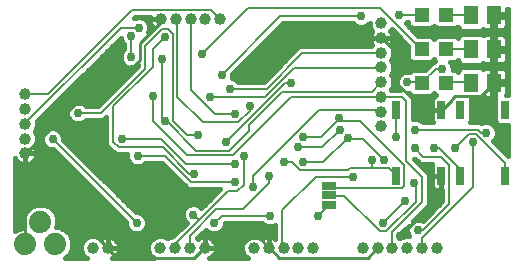
<source format=gbl>
G75*
%MOIN*%
%OFA0B0*%
%FSLAX25Y25*%
%IPPOS*%
%LPD*%
%AMOC8*
5,1,8,0,0,1.08239X$1,22.5*
%
%ADD10C,0.03969*%
%ADD11C,0.07400*%
%ADD12R,0.04724X0.04724*%
%ADD13R,0.05118X0.06299*%
%ADD14R,0.03000X0.06000*%
%ADD15R,0.05000X0.02500*%
%ADD16C,0.01000*%
%ADD17C,0.03000*%
%ADD18C,0.01600*%
%ADD19C,0.00700*%
D10*
X0030589Y0008050D03*
X0035511Y0008050D03*
X0053089Y0008050D03*
X0058011Y0008050D03*
X0062932Y0008050D03*
X0067853Y0008050D03*
X0084339Y0008050D03*
X0089261Y0008050D03*
X0094182Y0008050D03*
X0099103Y0008050D03*
X0104024Y0008050D03*
X0120589Y0008050D03*
X0125511Y0008050D03*
X0130432Y0008050D03*
X0135353Y0008050D03*
X0140274Y0008050D03*
X0145196Y0008050D03*
X0126800Y0048562D03*
X0126800Y0053483D03*
X0126800Y0058404D03*
X0126800Y0063326D03*
X0126800Y0068247D03*
X0126800Y0073168D03*
X0126800Y0078089D03*
X0126800Y0083011D03*
X0073011Y0084300D03*
X0068089Y0084300D03*
X0063168Y0084300D03*
X0058247Y0084300D03*
X0053326Y0084300D03*
X0008050Y0059261D03*
X0008050Y0054339D03*
X0008050Y0049418D03*
X0008050Y0044497D03*
X0008050Y0039576D03*
D11*
X0008050Y0009300D03*
X0018050Y0009300D03*
X0013050Y0016800D03*
D12*
X0140166Y0063050D03*
X0148434Y0063050D03*
X0148434Y0074300D03*
X0140166Y0074300D03*
X0140166Y0085550D03*
X0148434Y0085550D03*
D13*
X0156810Y0085550D03*
X0164290Y0085550D03*
X0164290Y0074300D03*
X0156810Y0074300D03*
X0156810Y0063050D03*
X0164290Y0063050D03*
D14*
X0168050Y0054050D03*
X0153050Y0054050D03*
X0146800Y0054050D03*
X0131800Y0054050D03*
X0131800Y0032050D03*
X0146800Y0032050D03*
X0153050Y0032050D03*
X0168050Y0032050D03*
D15*
X0109300Y0028750D03*
X0109300Y0025550D03*
X0109300Y0022350D03*
D16*
X0089250Y0008300D02*
X0089261Y0008050D01*
X0089600Y0007950D01*
X0092750Y0004800D01*
X0122150Y0004800D01*
X0125300Y0007950D01*
X0125511Y0008050D01*
X0133000Y0012150D02*
X0139300Y0018450D01*
X0141400Y0018450D01*
X0141750Y0018800D01*
X0146650Y0023700D01*
X0146650Y0031750D01*
X0146800Y0032050D01*
X0146800Y0054050D02*
X0146650Y0054500D01*
X0140350Y0054500D01*
X0130200Y0064650D01*
X0130200Y0074800D01*
X0127050Y0077950D01*
X0126800Y0078089D01*
X0150150Y0057650D02*
X0151200Y0058700D01*
X0159950Y0058700D01*
X0161000Y0057650D01*
X0159950Y0058700D02*
X0164150Y0062900D01*
X0164290Y0063050D01*
X0164500Y0063250D01*
X0164500Y0074100D01*
X0164290Y0074300D01*
X0164500Y0074450D01*
X0164500Y0085300D01*
X0164290Y0085550D01*
X0150150Y0057650D02*
X0150150Y0057300D01*
X0147000Y0054150D01*
X0146800Y0054050D01*
X0089250Y0008300D02*
X0086100Y0011450D01*
X0082950Y0011450D01*
X0079800Y0008300D01*
X0067900Y0008300D01*
X0067853Y0008050D01*
X0067550Y0007950D01*
X0064400Y0004800D01*
X0038500Y0004800D01*
X0035700Y0007600D01*
X0035511Y0008050D01*
X0035350Y0008300D01*
X0021700Y0021950D01*
X0008050Y0021950D01*
X0008050Y0039576D01*
X0008400Y0039800D01*
X0024500Y0055900D01*
X0031500Y0055900D01*
X0043750Y0068150D01*
X0044100Y0067800D01*
X0043750Y0068150D02*
X0046200Y0070600D01*
X0046200Y0076200D01*
X0053200Y0083200D01*
X0053200Y0084250D01*
X0053326Y0084300D01*
X0008050Y0021950D02*
X0008050Y0009300D01*
D17*
X0045150Y0016350D03*
X0064050Y0019150D03*
X0071050Y0016350D03*
X0089600Y0018800D03*
X0084000Y0028250D03*
X0078050Y0030000D03*
X0078050Y0035950D03*
X0080850Y0038750D03*
X0074900Y0043300D03*
X0065800Y0045750D03*
X0054600Y0050300D03*
X0050750Y0058700D03*
X0044100Y0067800D03*
X0043400Y0071650D03*
X0053550Y0070950D03*
X0054600Y0078300D03*
X0045850Y0081450D03*
X0043400Y0078650D03*
X0066850Y0072700D03*
X0073500Y0065700D03*
X0076300Y0061150D03*
X0069650Y0058350D03*
X0078050Y0052750D03*
X0082950Y0055200D03*
X0096600Y0062900D03*
X0112700Y0051350D03*
X0113050Y0047500D03*
X0115500Y0044700D03*
X0123550Y0037350D03*
X0127750Y0037350D03*
X0137900Y0041200D03*
X0144200Y0041200D03*
X0151200Y0041200D03*
X0157150Y0043300D03*
X0161700Y0046450D03*
X0161000Y0057650D03*
X0147000Y0067800D03*
X0135450Y0063250D03*
X0137900Y0047500D03*
X0131600Y0045050D03*
X0117250Y0031750D03*
X0100800Y0036650D03*
X0094150Y0036650D03*
X0089250Y0032100D03*
X0099050Y0041550D03*
X0100800Y0045050D03*
X0064400Y0032800D03*
X0045500Y0038750D03*
X0040250Y0044350D03*
X0025550Y0053100D03*
X0017150Y0044350D03*
X0105700Y0018800D03*
X0127400Y0016350D03*
X0133000Y0012150D03*
X0138950Y0013900D03*
X0141750Y0018800D03*
X0134750Y0023700D03*
X0137550Y0029650D03*
X0132650Y0085650D03*
X0120050Y0085300D03*
D18*
X0117450Y0082950D02*
X0118067Y0082333D01*
X0119354Y0081800D01*
X0120746Y0081800D01*
X0122033Y0082333D01*
X0122816Y0083116D01*
X0122816Y0082218D01*
X0123422Y0080754D01*
X0123786Y0080390D01*
X0123446Y0079882D01*
X0123161Y0079193D01*
X0123016Y0078462D01*
X0123016Y0078089D01*
X0123016Y0077717D01*
X0123161Y0076986D01*
X0123446Y0076297D01*
X0123786Y0075789D01*
X0123422Y0075425D01*
X0123412Y0075400D01*
X0099477Y0075400D01*
X0098100Y0074023D01*
X0087577Y0063500D01*
X0078900Y0063500D01*
X0078283Y0064117D01*
X0076996Y0064650D01*
X0076853Y0064650D01*
X0077000Y0065004D01*
X0077000Y0065877D01*
X0094073Y0082950D01*
X0117450Y0082950D01*
X0123060Y0081628D02*
X0092751Y0081628D01*
X0091153Y0080029D02*
X0123545Y0080029D01*
X0123016Y0078431D02*
X0089554Y0078431D01*
X0087956Y0076832D02*
X0123225Y0076832D01*
X0123016Y0078089D02*
X0126800Y0078089D01*
X0126800Y0078089D01*
X0130584Y0078089D01*
X0130584Y0077717D01*
X0130439Y0076986D01*
X0130154Y0076297D01*
X0129814Y0075789D01*
X0130178Y0075425D01*
X0130784Y0073961D01*
X0130784Y0072376D01*
X0130178Y0070911D01*
X0129974Y0070707D01*
X0130178Y0070504D01*
X0130784Y0069039D01*
X0130784Y0067454D01*
X0130178Y0065990D01*
X0129974Y0065786D01*
X0130178Y0065582D01*
X0130784Y0064118D01*
X0130784Y0062533D01*
X0130178Y0061069D01*
X0129974Y0060865D01*
X0130139Y0060700D01*
X0133050Y0060700D01*
X0132483Y0061267D01*
X0131950Y0062554D01*
X0131950Y0063946D01*
X0132483Y0065233D01*
X0133467Y0066217D01*
X0134754Y0066750D01*
X0136146Y0066750D01*
X0136264Y0066701D01*
X0136976Y0067412D01*
X0141189Y0067412D01*
X0143927Y0070150D01*
X0144400Y0070150D01*
X0144716Y0070465D01*
X0144300Y0070881D01*
X0143357Y0069938D01*
X0136976Y0069938D01*
X0135804Y0071109D01*
X0135804Y0075323D01*
X0130235Y0080892D01*
X0130178Y0080754D01*
X0129814Y0080390D01*
X0130154Y0079882D01*
X0130439Y0079193D01*
X0130584Y0078462D01*
X0130584Y0078089D01*
X0126800Y0078089D01*
X0126800Y0078089D01*
X0123016Y0078089D01*
X0130055Y0080029D02*
X0131097Y0080029D01*
X0130584Y0078431D02*
X0132696Y0078431D01*
X0134294Y0076832D02*
X0130375Y0076832D01*
X0130257Y0075234D02*
X0135804Y0075234D01*
X0135804Y0073635D02*
X0130784Y0073635D01*
X0130644Y0072037D02*
X0135804Y0072037D01*
X0136475Y0070438D02*
X0130205Y0070438D01*
X0130784Y0068840D02*
X0142616Y0068840D01*
X0143857Y0070438D02*
X0144689Y0070438D01*
X0149812Y0069938D02*
X0151624Y0069938D01*
X0152251Y0070564D01*
X0152251Y0070322D01*
X0153422Y0069150D01*
X0160197Y0069150D01*
X0160709Y0069662D01*
X0161036Y0069473D01*
X0161494Y0069350D01*
X0163811Y0069350D01*
X0163811Y0073820D01*
X0164770Y0073820D01*
X0164770Y0069350D01*
X0167086Y0069350D01*
X0167544Y0069473D01*
X0167954Y0069710D01*
X0168290Y0070045D01*
X0168527Y0070456D01*
X0168649Y0070913D01*
X0168649Y0073820D01*
X0164770Y0073820D01*
X0164770Y0074780D01*
X0163811Y0074780D01*
X0163811Y0079250D01*
X0161494Y0079250D01*
X0161036Y0079127D01*
X0160709Y0078938D01*
X0160197Y0079450D01*
X0153422Y0079450D01*
X0152251Y0078278D01*
X0152251Y0078036D01*
X0151624Y0078662D01*
X0145243Y0078662D01*
X0144300Y0077719D01*
X0143357Y0078662D01*
X0139111Y0078662D01*
X0134862Y0082912D01*
X0135250Y0083300D01*
X0135804Y0083300D01*
X0135804Y0082359D01*
X0136976Y0081188D01*
X0143357Y0081188D01*
X0144300Y0082131D01*
X0145243Y0081188D01*
X0151624Y0081188D01*
X0152251Y0081814D01*
X0152251Y0081572D01*
X0153422Y0080400D01*
X0160197Y0080400D01*
X0160709Y0080912D01*
X0161036Y0080723D01*
X0161494Y0080600D01*
X0163811Y0080600D01*
X0163811Y0085070D01*
X0164770Y0085070D01*
X0164770Y0080600D01*
X0167086Y0080600D01*
X0167544Y0080723D01*
X0167954Y0080960D01*
X0168290Y0081295D01*
X0168527Y0081706D01*
X0168649Y0082163D01*
X0168649Y0085070D01*
X0164770Y0085070D01*
X0164770Y0086030D01*
X0168649Y0086030D01*
X0168649Y0087711D01*
X0168951Y0087711D01*
X0168951Y0059050D01*
X0168437Y0059050D01*
X0168527Y0059206D01*
X0168649Y0059663D01*
X0168649Y0062570D01*
X0164770Y0062570D01*
X0164770Y0058100D01*
X0164772Y0058100D01*
X0164550Y0057878D01*
X0164550Y0050222D01*
X0165722Y0049050D01*
X0168951Y0049050D01*
X0168951Y0038673D01*
X0163912Y0043712D01*
X0164667Y0044467D01*
X0165200Y0045754D01*
X0165200Y0047146D01*
X0164667Y0048433D01*
X0163683Y0049417D01*
X0162396Y0049950D01*
X0161004Y0049950D01*
X0160134Y0049590D01*
X0159873Y0049850D01*
X0156178Y0049850D01*
X0156550Y0050222D01*
X0156550Y0057878D01*
X0156528Y0057900D01*
X0160197Y0057900D01*
X0160709Y0058412D01*
X0161036Y0058223D01*
X0161494Y0058100D01*
X0163811Y0058100D01*
X0163811Y0062570D01*
X0164770Y0062570D01*
X0164770Y0063530D01*
X0163811Y0063530D01*
X0163811Y0068000D01*
X0161494Y0068000D01*
X0161036Y0067877D01*
X0160709Y0067688D01*
X0160197Y0068200D01*
X0153422Y0068200D01*
X0152251Y0067028D01*
X0152251Y0066786D01*
X0151624Y0067412D01*
X0150500Y0067412D01*
X0150500Y0068496D01*
X0149967Y0069783D01*
X0149812Y0069938D01*
X0150358Y0068840D02*
X0168951Y0068840D01*
X0167954Y0067640D02*
X0167544Y0067877D01*
X0167086Y0068000D01*
X0164770Y0068000D01*
X0164770Y0063530D01*
X0168649Y0063530D01*
X0168649Y0066437D01*
X0168527Y0066894D01*
X0168290Y0067305D01*
X0167954Y0067640D01*
X0168326Y0067241D02*
X0168951Y0067241D01*
X0168951Y0065643D02*
X0168649Y0065643D01*
X0168649Y0064044D02*
X0168951Y0064044D01*
X0168951Y0062446D02*
X0168649Y0062446D01*
X0168649Y0060847D02*
X0168951Y0060847D01*
X0168951Y0059249D02*
X0168538Y0059249D01*
X0164770Y0059249D02*
X0163811Y0059249D01*
X0163811Y0060847D02*
X0164770Y0060847D01*
X0164770Y0062446D02*
X0163811Y0062446D01*
X0163811Y0064044D02*
X0164770Y0064044D01*
X0164770Y0065643D02*
X0163811Y0065643D01*
X0163811Y0067241D02*
X0164770Y0067241D01*
X0164770Y0070438D02*
X0163811Y0070438D01*
X0163811Y0072037D02*
X0164770Y0072037D01*
X0164770Y0073635D02*
X0163811Y0073635D01*
X0164770Y0074780D02*
X0164770Y0079250D01*
X0167086Y0079250D01*
X0167544Y0079127D01*
X0167954Y0078890D01*
X0168290Y0078555D01*
X0168527Y0078144D01*
X0168649Y0077687D01*
X0168649Y0074780D01*
X0164770Y0074780D01*
X0164770Y0075234D02*
X0163811Y0075234D01*
X0163811Y0076832D02*
X0164770Y0076832D01*
X0164770Y0078431D02*
X0163811Y0078431D01*
X0168361Y0078431D02*
X0168951Y0078431D01*
X0168951Y0076832D02*
X0168649Y0076832D01*
X0168649Y0075234D02*
X0168951Y0075234D01*
X0168951Y0073635D02*
X0168649Y0073635D01*
X0168649Y0072037D02*
X0168951Y0072037D01*
X0168951Y0070438D02*
X0168517Y0070438D01*
X0168951Y0080029D02*
X0137744Y0080029D01*
X0136535Y0081628D02*
X0136145Y0081628D01*
X0135804Y0083226D02*
X0135176Y0083226D01*
X0143797Y0081628D02*
X0144803Y0081628D01*
X0145012Y0078431D02*
X0143588Y0078431D01*
X0151856Y0078431D02*
X0152404Y0078431D01*
X0152251Y0081628D02*
X0152065Y0081628D01*
X0163811Y0081628D02*
X0164770Y0081628D01*
X0164770Y0083226D02*
X0163811Y0083226D01*
X0163811Y0084825D02*
X0164770Y0084825D01*
X0168649Y0084825D02*
X0168951Y0084825D01*
X0168951Y0086423D02*
X0168649Y0086423D01*
X0168649Y0083226D02*
X0168951Y0083226D01*
X0168951Y0081628D02*
X0168482Y0081628D01*
X0152251Y0070438D02*
X0152125Y0070438D01*
X0151795Y0067241D02*
X0152464Y0067241D01*
X0144682Y0059249D02*
X0143918Y0059249D01*
X0144300Y0059631D02*
X0143357Y0058688D01*
X0136976Y0058688D01*
X0135913Y0059750D01*
X0135623Y0059750D01*
X0136050Y0059323D01*
X0136050Y0059323D01*
X0136073Y0059300D01*
X0136073Y0059300D01*
X0137450Y0057923D01*
X0137450Y0051000D01*
X0138596Y0051000D01*
X0139883Y0050467D01*
X0140500Y0049850D01*
X0143954Y0049850D01*
X0143860Y0049945D01*
X0143623Y0050355D01*
X0143500Y0050813D01*
X0143500Y0054050D01*
X0146800Y0054050D01*
X0146800Y0054050D01*
X0143500Y0054050D01*
X0143500Y0057287D01*
X0143623Y0057745D01*
X0143860Y0058155D01*
X0144195Y0058490D01*
X0144605Y0058727D01*
X0145063Y0058850D01*
X0145081Y0058850D01*
X0144300Y0059631D01*
X0143597Y0057650D02*
X0137450Y0057650D01*
X0137450Y0056052D02*
X0143500Y0056052D01*
X0143500Y0054453D02*
X0137450Y0054453D01*
X0137450Y0052855D02*
X0143500Y0052855D01*
X0143500Y0051256D02*
X0137450Y0051256D01*
X0136415Y0059249D02*
X0136125Y0059249D01*
X0132903Y0060847D02*
X0129992Y0060847D01*
X0130748Y0062446D02*
X0131995Y0062446D01*
X0131991Y0064044D02*
X0130784Y0064044D01*
X0130117Y0065643D02*
X0132893Y0065643D01*
X0130696Y0067241D02*
X0136805Y0067241D01*
X0156550Y0057650D02*
X0164550Y0057650D01*
X0164550Y0056052D02*
X0156550Y0056052D01*
X0156550Y0054453D02*
X0164550Y0054453D01*
X0164550Y0052855D02*
X0156550Y0052855D01*
X0156550Y0051256D02*
X0164550Y0051256D01*
X0165114Y0049658D02*
X0163102Y0049658D01*
X0160298Y0049658D02*
X0160066Y0049658D01*
X0164822Y0048059D02*
X0168951Y0048059D01*
X0168951Y0046461D02*
X0165200Y0046461D01*
X0164831Y0044862D02*
X0168951Y0044862D01*
X0168951Y0043264D02*
X0164360Y0043264D01*
X0165958Y0041665D02*
X0168951Y0041665D01*
X0168951Y0040067D02*
X0167557Y0040067D01*
X0146800Y0032050D02*
X0146800Y0027250D01*
X0147100Y0027250D01*
X0147100Y0023623D01*
X0140516Y0017040D01*
X0139646Y0017400D01*
X0138254Y0017400D01*
X0137348Y0017025D01*
X0142700Y0022377D01*
X0142700Y0032723D01*
X0141323Y0034100D01*
X0137723Y0037700D01*
X0138077Y0037700D01*
X0139727Y0036050D01*
X0143799Y0036050D01*
X0143623Y0035745D01*
X0143500Y0035287D01*
X0143500Y0032050D01*
X0146800Y0032050D01*
X0146800Y0032050D01*
X0146800Y0032050D01*
X0146800Y0027250D01*
X0145063Y0027250D01*
X0144605Y0027373D01*
X0144195Y0027610D01*
X0143860Y0027945D01*
X0143623Y0028355D01*
X0143500Y0028813D01*
X0143500Y0032050D01*
X0146800Y0032050D01*
X0146800Y0030476D02*
X0146800Y0030476D01*
X0146800Y0028877D02*
X0146800Y0028877D01*
X0146800Y0027279D02*
X0146800Y0027279D01*
X0144956Y0027279D02*
X0142700Y0027279D01*
X0142700Y0028877D02*
X0143500Y0028877D01*
X0143500Y0030476D02*
X0142700Y0030476D01*
X0142700Y0032074D02*
X0143500Y0032074D01*
X0143500Y0033673D02*
X0141751Y0033673D01*
X0140152Y0035271D02*
X0143500Y0035271D01*
X0138907Y0036870D02*
X0138554Y0036870D01*
X0142700Y0025680D02*
X0147100Y0025680D01*
X0147100Y0024082D02*
X0142700Y0024082D01*
X0142700Y0022483D02*
X0145960Y0022483D01*
X0144361Y0020884D02*
X0141208Y0020884D01*
X0142763Y0019286D02*
X0139609Y0019286D01*
X0141164Y0017687D02*
X0138011Y0017687D01*
X0135825Y0015502D02*
X0135450Y0014596D01*
X0135450Y0013204D01*
X0135934Y0012034D01*
X0134561Y0012034D01*
X0133096Y0011428D01*
X0132893Y0011224D01*
X0132689Y0011428D01*
X0132550Y0011485D01*
X0132550Y0012227D01*
X0135825Y0015502D01*
X0135450Y0014490D02*
X0134814Y0014490D01*
X0135579Y0012892D02*
X0133215Y0012892D01*
X0132962Y0011293D02*
X0132823Y0011293D01*
X0091450Y0011293D02*
X0091218Y0011293D01*
X0091053Y0011404D02*
X0091450Y0011138D01*
X0091450Y0015778D01*
X0090296Y0015300D01*
X0088904Y0015300D01*
X0087617Y0015833D01*
X0087000Y0016450D01*
X0074550Y0016450D01*
X0074550Y0015654D01*
X0074017Y0014367D01*
X0073033Y0013383D01*
X0071746Y0012850D01*
X0070354Y0012850D01*
X0069067Y0013383D01*
X0068312Y0014138D01*
X0065395Y0011222D01*
X0065552Y0011064D01*
X0066061Y0011404D01*
X0066749Y0011689D01*
X0067480Y0011834D01*
X0067853Y0011834D01*
X0067853Y0008050D01*
X0067853Y0008050D01*
X0067853Y0011834D01*
X0068226Y0011834D01*
X0068957Y0011689D01*
X0069646Y0011404D01*
X0070265Y0010989D01*
X0070793Y0010462D01*
X0071207Y0009843D01*
X0071492Y0009154D01*
X0071637Y0008423D01*
X0071637Y0008050D01*
X0067853Y0008050D01*
X0071637Y0008050D01*
X0071637Y0007677D01*
X0071492Y0006946D01*
X0071207Y0006257D01*
X0070793Y0005638D01*
X0070265Y0005111D01*
X0069646Y0004696D01*
X0069413Y0004600D01*
X0082257Y0004600D01*
X0082082Y0004672D01*
X0080962Y0005793D01*
X0080355Y0007257D01*
X0080355Y0008843D01*
X0080962Y0010307D01*
X0082082Y0011428D01*
X0083547Y0012034D01*
X0085132Y0012034D01*
X0086596Y0011428D01*
X0086960Y0011064D01*
X0087468Y0011404D01*
X0088157Y0011689D01*
X0088888Y0011834D01*
X0089261Y0011834D01*
X0089261Y0008050D01*
X0089261Y0008050D01*
X0089261Y0011834D01*
X0089633Y0011834D01*
X0090364Y0011689D01*
X0091053Y0011404D01*
X0091450Y0012892D02*
X0071847Y0012892D01*
X0070253Y0012892D02*
X0067065Y0012892D01*
X0067853Y0011293D02*
X0067853Y0011293D01*
X0067853Y0009695D02*
X0067853Y0009695D01*
X0069810Y0011293D02*
X0081948Y0011293D01*
X0080708Y0009695D02*
X0071268Y0009695D01*
X0071637Y0008096D02*
X0080355Y0008096D01*
X0080670Y0006498D02*
X0071306Y0006498D01*
X0069949Y0004899D02*
X0081855Y0004899D01*
X0089261Y0008096D02*
X0089261Y0008096D01*
X0089261Y0009695D02*
X0089261Y0009695D01*
X0089261Y0011293D02*
X0089261Y0011293D01*
X0087303Y0011293D02*
X0086730Y0011293D01*
X0091450Y0014490D02*
X0074068Y0014490D01*
X0074550Y0016089D02*
X0087361Y0016089D01*
X0071107Y0025680D02*
X0039143Y0025680D01*
X0040742Y0024082D02*
X0069508Y0024082D01*
X0067910Y0022483D02*
X0065149Y0022483D01*
X0064746Y0022650D02*
X0063354Y0022650D01*
X0062067Y0022117D01*
X0061083Y0021133D01*
X0060550Y0019846D01*
X0060550Y0018454D01*
X0061083Y0017167D01*
X0061838Y0016412D01*
X0057461Y0012034D01*
X0057218Y0012034D01*
X0055754Y0011428D01*
X0055550Y0011224D01*
X0055346Y0011428D01*
X0053882Y0012034D01*
X0052297Y0012034D01*
X0050832Y0011428D01*
X0049712Y0010307D01*
X0049105Y0008843D01*
X0049105Y0007257D01*
X0049712Y0005793D01*
X0050832Y0004672D01*
X0051007Y0004600D01*
X0037070Y0004600D01*
X0037303Y0004696D01*
X0037923Y0005111D01*
X0038450Y0005638D01*
X0038864Y0006257D01*
X0039149Y0006946D01*
X0039295Y0007677D01*
X0039295Y0008050D01*
X0039295Y0008423D01*
X0039149Y0009154D01*
X0038864Y0009843D01*
X0038450Y0010462D01*
X0037923Y0010989D01*
X0037303Y0011404D01*
X0036614Y0011689D01*
X0035883Y0011834D01*
X0035511Y0011834D01*
X0035511Y0008050D01*
X0039295Y0008050D01*
X0035511Y0008050D01*
X0035511Y0008050D01*
X0035511Y0008050D01*
X0035511Y0011834D01*
X0035138Y0011834D01*
X0034407Y0011689D01*
X0033718Y0011404D01*
X0033210Y0011064D01*
X0032846Y0011428D01*
X0031382Y0012034D01*
X0029797Y0012034D01*
X0028332Y0011428D01*
X0027212Y0010307D01*
X0026605Y0008843D01*
X0026605Y0007257D01*
X0027212Y0005793D01*
X0028332Y0004672D01*
X0028507Y0004600D01*
X0021411Y0004600D01*
X0022882Y0006071D01*
X0023750Y0008166D01*
X0023750Y0010434D01*
X0022882Y0012529D01*
X0021279Y0014132D01*
X0019184Y0015000D01*
X0018474Y0015000D01*
X0018750Y0015666D01*
X0018750Y0017934D01*
X0017882Y0020029D01*
X0016279Y0021632D01*
X0014184Y0022500D01*
X0011916Y0022500D01*
X0009821Y0021632D01*
X0008218Y0020029D01*
X0007350Y0017934D01*
X0007350Y0015666D01*
X0007709Y0014800D01*
X0007617Y0014800D01*
X0006762Y0014665D01*
X0005939Y0014397D01*
X0005167Y0014004D01*
X0004600Y0013592D01*
X0004600Y0038016D01*
X0004696Y0037783D01*
X0005111Y0037163D01*
X0005638Y0036636D01*
X0006257Y0036222D01*
X0006946Y0035937D01*
X0007677Y0035791D01*
X0008050Y0035791D01*
X0008423Y0035791D01*
X0009154Y0035937D01*
X0009843Y0036222D01*
X0010462Y0036636D01*
X0010989Y0037163D01*
X0011404Y0037783D01*
X0011689Y0038472D01*
X0011834Y0039203D01*
X0011834Y0039576D01*
X0011834Y0039948D01*
X0011689Y0040679D01*
X0011404Y0041368D01*
X0011064Y0041876D01*
X0011428Y0042240D01*
X0012034Y0043704D01*
X0012034Y0045289D01*
X0011428Y0046754D01*
X0011224Y0046957D01*
X0011428Y0047161D01*
X0012034Y0048626D01*
X0012034Y0050211D01*
X0012020Y0050246D01*
X0039900Y0078127D01*
X0039900Y0077954D01*
X0040433Y0076667D01*
X0041050Y0076050D01*
X0041050Y0074250D01*
X0040433Y0073633D01*
X0039900Y0072346D01*
X0039900Y0070954D01*
X0040433Y0069667D01*
X0041417Y0068683D01*
X0042704Y0068150D01*
X0044096Y0068150D01*
X0045383Y0068683D01*
X0045600Y0068900D01*
X0045600Y0068773D01*
X0032277Y0055450D01*
X0028150Y0055450D01*
X0027533Y0056067D01*
X0026246Y0056600D01*
X0024854Y0056600D01*
X0023567Y0056067D01*
X0022583Y0055083D01*
X0022050Y0053796D01*
X0022050Y0052404D01*
X0022583Y0051117D01*
X0023567Y0050133D01*
X0024854Y0049600D01*
X0026246Y0049600D01*
X0027533Y0050133D01*
X0028150Y0050750D01*
X0034223Y0050750D01*
X0035100Y0051627D01*
X0035100Y0042327D01*
X0036477Y0040950D01*
X0038227Y0039200D01*
X0042000Y0039200D01*
X0042000Y0038054D01*
X0042533Y0036767D01*
X0043517Y0035783D01*
X0044804Y0035250D01*
X0046196Y0035250D01*
X0047483Y0035783D01*
X0048100Y0036400D01*
X0053627Y0036400D01*
X0061000Y0029027D01*
X0062377Y0027650D01*
X0073077Y0027650D01*
X0066788Y0021362D01*
X0066033Y0022117D01*
X0064746Y0022650D01*
X0062951Y0022483D02*
X0042340Y0022483D01*
X0043939Y0020884D02*
X0060980Y0020884D01*
X0060550Y0019286D02*
X0047164Y0019286D01*
X0047133Y0019317D02*
X0045846Y0019850D01*
X0044973Y0019850D01*
X0020650Y0044173D01*
X0020650Y0045046D01*
X0020117Y0046333D01*
X0019133Y0047317D01*
X0017846Y0047850D01*
X0016454Y0047850D01*
X0015167Y0047317D01*
X0014183Y0046333D01*
X0013650Y0045046D01*
X0013650Y0043654D01*
X0014183Y0042367D01*
X0015167Y0041383D01*
X0016454Y0040850D01*
X0017327Y0040850D01*
X0041650Y0016527D01*
X0041650Y0015654D01*
X0042183Y0014367D01*
X0043167Y0013383D01*
X0044454Y0012850D01*
X0045846Y0012850D01*
X0047133Y0013383D01*
X0048117Y0014367D01*
X0048650Y0015654D01*
X0048650Y0017046D01*
X0048117Y0018333D01*
X0047133Y0019317D01*
X0048384Y0017687D02*
X0060867Y0017687D01*
X0061516Y0016089D02*
X0048650Y0016089D01*
X0048168Y0014490D02*
X0059917Y0014490D01*
X0058319Y0012892D02*
X0045947Y0012892D01*
X0044353Y0012892D02*
X0022519Y0012892D01*
X0023394Y0011293D02*
X0028198Y0011293D01*
X0026958Y0009695D02*
X0023750Y0009695D01*
X0023721Y0008096D02*
X0026605Y0008096D01*
X0026920Y0006498D02*
X0023059Y0006498D01*
X0021710Y0004899D02*
X0028105Y0004899D01*
X0035511Y0008096D02*
X0035511Y0008096D01*
X0035511Y0009695D02*
X0035511Y0009695D01*
X0035511Y0011293D02*
X0035511Y0011293D01*
X0037468Y0011293D02*
X0050698Y0011293D01*
X0049458Y0009695D02*
X0038925Y0009695D01*
X0039295Y0008096D02*
X0049105Y0008096D01*
X0049420Y0006498D02*
X0038964Y0006498D01*
X0037607Y0004899D02*
X0050605Y0004899D01*
X0055480Y0011293D02*
X0055619Y0011293D01*
X0065467Y0011293D02*
X0065896Y0011293D01*
X0067853Y0008096D02*
X0067853Y0008096D01*
X0067853Y0008050D02*
X0067853Y0008050D01*
X0042132Y0014490D02*
X0020414Y0014490D01*
X0018750Y0016089D02*
X0041650Y0016089D01*
X0040489Y0017687D02*
X0018750Y0017687D01*
X0018190Y0019286D02*
X0038891Y0019286D01*
X0037292Y0020884D02*
X0017027Y0020884D01*
X0014225Y0022483D02*
X0035694Y0022483D01*
X0034095Y0024082D02*
X0004600Y0024082D01*
X0004600Y0025680D02*
X0032497Y0025680D01*
X0030898Y0027279D02*
X0004600Y0027279D01*
X0004600Y0028877D02*
X0029300Y0028877D01*
X0027701Y0030476D02*
X0004600Y0030476D01*
X0004600Y0032074D02*
X0026103Y0032074D01*
X0024504Y0033673D02*
X0004600Y0033673D01*
X0004600Y0035271D02*
X0022905Y0035271D01*
X0021307Y0036870D02*
X0010696Y0036870D01*
X0011687Y0038468D02*
X0019708Y0038468D01*
X0018110Y0040067D02*
X0011811Y0040067D01*
X0011834Y0039576D02*
X0008050Y0039576D01*
X0008050Y0039576D01*
X0011834Y0039576D01*
X0011205Y0041665D02*
X0014885Y0041665D01*
X0013812Y0043264D02*
X0011852Y0043264D01*
X0012034Y0044862D02*
X0013650Y0044862D01*
X0014311Y0046461D02*
X0011549Y0046461D01*
X0011800Y0048059D02*
X0035100Y0048059D01*
X0035100Y0046461D02*
X0019989Y0046461D01*
X0020650Y0044862D02*
X0035100Y0044862D01*
X0035100Y0043264D02*
X0021560Y0043264D01*
X0023158Y0041665D02*
X0035761Y0041665D01*
X0037360Y0040067D02*
X0024757Y0040067D01*
X0026355Y0038468D02*
X0042000Y0038468D01*
X0042491Y0036870D02*
X0027954Y0036870D01*
X0029552Y0035271D02*
X0044753Y0035271D01*
X0046247Y0035271D02*
X0054755Y0035271D01*
X0056354Y0033673D02*
X0031151Y0033673D01*
X0032749Y0032074D02*
X0057953Y0032074D01*
X0059551Y0030476D02*
X0034348Y0030476D01*
X0035946Y0028877D02*
X0061150Y0028877D01*
X0072705Y0027279D02*
X0037545Y0027279D01*
X0011875Y0022483D02*
X0004600Y0022483D01*
X0004600Y0020884D02*
X0009073Y0020884D01*
X0007910Y0019286D02*
X0004600Y0019286D01*
X0004600Y0017687D02*
X0007350Y0017687D01*
X0007350Y0016089D02*
X0004600Y0016089D01*
X0004600Y0014490D02*
X0006226Y0014490D01*
X0032980Y0011293D02*
X0033553Y0011293D01*
X0008050Y0035791D02*
X0008050Y0039575D01*
X0008050Y0039575D01*
X0008050Y0035791D01*
X0008050Y0036870D02*
X0008050Y0036870D01*
X0005404Y0036870D02*
X0004600Y0036870D01*
X0008050Y0038468D02*
X0008050Y0038468D01*
X0012034Y0049658D02*
X0024714Y0049658D01*
X0026385Y0049658D02*
X0035100Y0049658D01*
X0035100Y0051256D02*
X0034730Y0051256D01*
X0032878Y0056052D02*
X0027548Y0056052D01*
X0023552Y0056052D02*
X0017825Y0056052D01*
X0019424Y0057650D02*
X0034477Y0057650D01*
X0036075Y0059249D02*
X0021022Y0059249D01*
X0022621Y0060847D02*
X0037674Y0060847D01*
X0039272Y0062446D02*
X0024219Y0062446D01*
X0025818Y0064044D02*
X0040871Y0064044D01*
X0042469Y0065643D02*
X0027416Y0065643D01*
X0029015Y0067241D02*
X0044068Y0067241D01*
X0045540Y0068840D02*
X0045600Y0068840D01*
X0041260Y0068840D02*
X0030613Y0068840D01*
X0032212Y0070438D02*
X0040113Y0070438D01*
X0039900Y0072037D02*
X0033810Y0072037D01*
X0035409Y0073635D02*
X0040436Y0073635D01*
X0041050Y0075234D02*
X0037007Y0075234D01*
X0038606Y0076832D02*
X0040364Y0076832D01*
X0048975Y0079848D02*
X0049350Y0080754D01*
X0049350Y0082146D01*
X0048817Y0083433D01*
X0047833Y0084417D01*
X0046546Y0084950D01*
X0045154Y0084950D01*
X0044248Y0084575D01*
X0044723Y0085050D01*
X0049616Y0085050D01*
X0049541Y0084673D01*
X0049541Y0084300D01*
X0049541Y0083927D01*
X0049687Y0083196D01*
X0049972Y0082507D01*
X0050386Y0081888D01*
X0050700Y0081574D01*
X0048975Y0079848D01*
X0049050Y0080029D02*
X0049156Y0080029D01*
X0049350Y0081628D02*
X0050646Y0081628D01*
X0049681Y0083226D02*
X0048903Y0083226D01*
X0049541Y0084300D02*
X0053325Y0084300D01*
X0053325Y0084300D01*
X0049541Y0084300D01*
X0049572Y0084825D02*
X0046848Y0084825D01*
X0044852Y0084825D02*
X0044498Y0084825D01*
X0077000Y0065643D02*
X0089719Y0065643D01*
X0088121Y0064044D02*
X0078355Y0064044D01*
X0078365Y0067241D02*
X0091318Y0067241D01*
X0092916Y0068840D02*
X0079963Y0068840D01*
X0081562Y0070438D02*
X0094515Y0070438D01*
X0096113Y0072037D02*
X0083160Y0072037D01*
X0084759Y0073635D02*
X0097712Y0073635D01*
X0098100Y0074023D02*
X0098100Y0074023D01*
X0099310Y0075234D02*
X0086357Y0075234D01*
X0022322Y0054453D02*
X0016227Y0054453D01*
X0014628Y0052855D02*
X0022050Y0052855D01*
X0022525Y0051256D02*
X0013030Y0051256D01*
D19*
X0008050Y0049600D02*
X0008050Y0049418D01*
X0008050Y0049600D02*
X0039900Y0081450D01*
X0045850Y0081450D01*
X0043400Y0078650D02*
X0043400Y0071650D01*
X0047950Y0067800D02*
X0033250Y0053100D01*
X0025550Y0053100D01*
X0015750Y0059400D02*
X0043750Y0087400D01*
X0070000Y0087400D01*
X0072800Y0084600D01*
X0073011Y0084300D01*
X0082250Y0088100D02*
X0066850Y0072700D01*
X0057400Y0079350D02*
X0055650Y0081100D01*
X0053550Y0081100D01*
X0047950Y0075500D01*
X0047950Y0067800D01*
X0050750Y0068500D02*
X0050750Y0074450D01*
X0054600Y0078300D01*
X0057400Y0079350D02*
X0057400Y0050300D01*
X0061950Y0045750D01*
X0065800Y0045750D01*
X0067200Y0049950D02*
X0058800Y0058350D01*
X0058800Y0083900D01*
X0058450Y0084250D01*
X0058247Y0084300D01*
X0063168Y0084300D02*
X0063350Y0084250D01*
X0063350Y0060800D01*
X0071400Y0052750D01*
X0078050Y0052750D01*
X0079100Y0049950D02*
X0067200Y0049950D01*
X0065100Y0040500D02*
X0055300Y0050300D01*
X0054600Y0050300D01*
X0053550Y0051350D01*
X0053550Y0070950D01*
X0050750Y0068500D02*
X0037450Y0055200D01*
X0037450Y0043300D01*
X0039200Y0041550D01*
X0053900Y0041550D01*
X0062650Y0032800D01*
X0064400Y0032800D01*
X0063350Y0030000D02*
X0078050Y0030000D01*
X0080850Y0028950D02*
X0078750Y0026850D01*
X0075600Y0026850D01*
X0065975Y0017225D01*
X0064050Y0019150D01*
X0065975Y0017225D02*
X0058100Y0009350D01*
X0058100Y0008300D01*
X0058011Y0008050D01*
X0062932Y0008050D02*
X0063000Y0008300D01*
X0063000Y0012150D01*
X0071750Y0020900D01*
X0080500Y0020900D01*
X0089250Y0029650D01*
X0089250Y0032100D01*
X0084000Y0032100D02*
X0106050Y0054150D01*
X0126350Y0054150D01*
X0126700Y0053800D01*
X0126800Y0053483D01*
X0131600Y0053800D02*
X0131800Y0054050D01*
X0131600Y0053800D02*
X0131600Y0045050D01*
X0137900Y0047500D02*
X0158900Y0047500D01*
X0159950Y0046450D01*
X0161700Y0046450D01*
X0158200Y0046100D02*
X0156100Y0046100D01*
X0151200Y0041200D01*
X0145950Y0041200D02*
X0144200Y0041200D01*
X0145950Y0041200D02*
X0152950Y0034200D01*
X0152950Y0032100D01*
X0153050Y0032050D01*
X0149450Y0035600D02*
X0146650Y0038400D01*
X0140700Y0038400D01*
X0137900Y0041200D01*
X0135100Y0037000D02*
X0140350Y0031750D01*
X0140350Y0023350D01*
X0130200Y0013200D01*
X0130200Y0008300D01*
X0130432Y0008050D01*
X0140274Y0008050D02*
X0140350Y0008300D01*
X0140350Y0011450D01*
X0157150Y0028250D01*
X0157150Y0043300D01*
X0158200Y0046100D02*
X0168000Y0036300D01*
X0168000Y0032100D01*
X0168050Y0032050D01*
X0149450Y0035600D02*
X0149450Y0022650D01*
X0140700Y0013900D01*
X0138950Y0013900D01*
X0138250Y0023350D02*
X0128450Y0013550D01*
X0126350Y0013550D01*
X0114450Y0025450D01*
X0109550Y0025450D01*
X0109300Y0025550D01*
X0110250Y0027900D02*
X0109550Y0028600D01*
X0109300Y0028750D01*
X0110250Y0027900D02*
X0133700Y0027900D01*
X0134400Y0028600D01*
X0134400Y0035600D01*
X0119700Y0050300D01*
X0112700Y0050300D01*
X0112700Y0051350D01*
X0112700Y0050300D02*
X0112000Y0050300D01*
X0106750Y0045050D01*
X0100800Y0045050D01*
X0099050Y0041550D02*
X0107100Y0041550D01*
X0113050Y0047500D01*
X0115500Y0044700D02*
X0115500Y0044350D01*
X0120750Y0044350D01*
X0127750Y0037350D01*
X0123550Y0037350D02*
X0123550Y0034550D01*
X0116200Y0034550D01*
X0115500Y0033850D01*
X0099750Y0033850D01*
X0096950Y0036650D01*
X0094150Y0036650D01*
X0100800Y0036650D02*
X0107450Y0036650D01*
X0115500Y0044700D01*
X0123550Y0034550D02*
X0129150Y0034550D01*
X0131600Y0032100D01*
X0131800Y0032050D01*
X0135100Y0037000D02*
X0135100Y0056950D01*
X0133700Y0058350D01*
X0127050Y0058350D01*
X0126800Y0058404D01*
X0126700Y0058350D01*
X0096600Y0058350D01*
X0077350Y0039100D01*
X0061950Y0039100D01*
X0050750Y0050300D01*
X0050750Y0058700D01*
X0069650Y0058350D02*
X0087850Y0058350D01*
X0097650Y0068150D01*
X0126700Y0068150D01*
X0126800Y0068247D01*
X0126700Y0073050D02*
X0126800Y0073168D01*
X0126700Y0073050D02*
X0100450Y0073050D01*
X0088550Y0061150D01*
X0076300Y0061150D01*
X0073500Y0065700D02*
X0093100Y0085300D01*
X0120050Y0085300D01*
X0126350Y0088100D02*
X0082250Y0088100D01*
X0094500Y0062900D02*
X0096600Y0062900D01*
X0094500Y0062900D02*
X0074900Y0043300D01*
X0075950Y0040500D02*
X0082600Y0047150D01*
X0082600Y0048900D01*
X0093800Y0060100D01*
X0123550Y0060100D01*
X0126700Y0063250D01*
X0126800Y0063326D01*
X0135450Y0063250D02*
X0140000Y0063250D01*
X0140166Y0063050D01*
X0140350Y0063250D01*
X0144900Y0067800D01*
X0147000Y0067800D01*
X0148750Y0063250D02*
X0148434Y0063050D01*
X0148750Y0063250D02*
X0156800Y0063250D01*
X0156810Y0063050D01*
X0156810Y0074300D02*
X0156800Y0074450D01*
X0148750Y0074450D01*
X0148434Y0074300D01*
X0140166Y0074300D02*
X0140000Y0074450D01*
X0126350Y0088100D01*
X0132650Y0085650D02*
X0140000Y0085650D01*
X0140166Y0085550D01*
X0148434Y0085550D02*
X0148750Y0085650D01*
X0156800Y0085650D01*
X0156810Y0085550D01*
X0082950Y0055200D02*
X0082950Y0053800D01*
X0079100Y0049950D01*
X0075950Y0040500D02*
X0065100Y0040500D01*
X0061600Y0035950D02*
X0053200Y0044350D01*
X0040250Y0044350D01*
X0045500Y0038750D02*
X0054600Y0038750D01*
X0063350Y0030000D01*
X0061600Y0035950D02*
X0078050Y0035950D01*
X0080850Y0038750D02*
X0080850Y0028950D01*
X0084000Y0028250D02*
X0084000Y0032100D01*
X0093800Y0020550D02*
X0093800Y0008650D01*
X0094150Y0008300D01*
X0094182Y0008050D01*
X0089600Y0018800D02*
X0073500Y0018800D01*
X0071050Y0016350D01*
X0093800Y0020550D02*
X0105000Y0031750D01*
X0117250Y0031750D01*
X0109300Y0022350D02*
X0109200Y0022300D01*
X0105700Y0018800D01*
X0127400Y0016350D02*
X0134750Y0023700D01*
X0138250Y0023350D02*
X0138250Y0028950D01*
X0137550Y0029650D01*
X0045150Y0016350D02*
X0017150Y0044350D01*
X0015750Y0059400D02*
X0008050Y0059400D01*
X0008050Y0059261D01*
M02*

</source>
